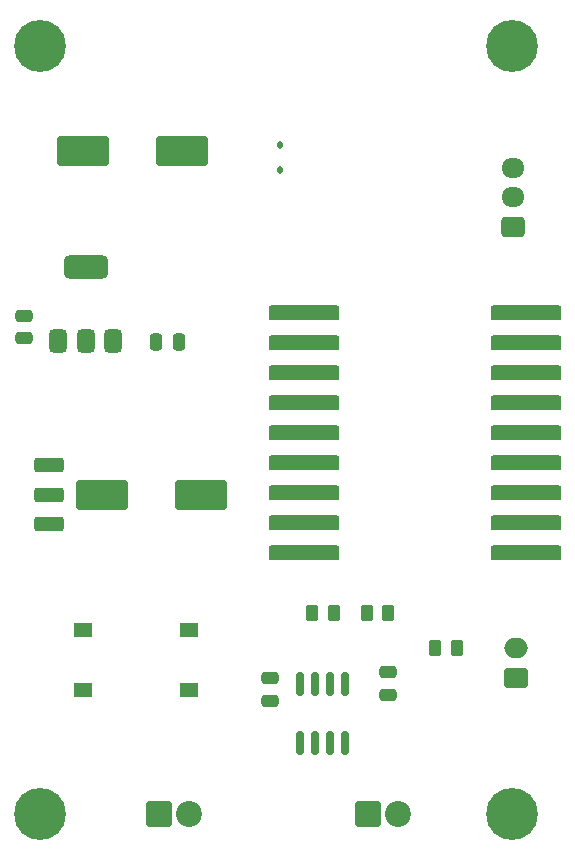
<source format=gbr>
%TF.GenerationSoftware,KiCad,Pcbnew,9.0.2*%
%TF.CreationDate,2025-06-11T22:20:25+01:00*%
%TF.ProjectId,Doorbell (Smaller),446f6f72-6265-46c6-9c20-28536d616c6c,1*%
%TF.SameCoordinates,Original*%
%TF.FileFunction,Soldermask,Top*%
%TF.FilePolarity,Negative*%
%FSLAX46Y46*%
G04 Gerber Fmt 4.6, Leading zero omitted, Abs format (unit mm)*
G04 Created by KiCad (PCBNEW 9.0.2) date 2025-06-11 22:20:25*
%MOMM*%
%LPD*%
G01*
G04 APERTURE LIST*
G04 Aperture macros list*
%AMRoundRect*
0 Rectangle with rounded corners*
0 $1 Rounding radius*
0 $2 $3 $4 $5 $6 $7 $8 $9 X,Y pos of 4 corners*
0 Add a 4 corners polygon primitive as box body*
4,1,4,$2,$3,$4,$5,$6,$7,$8,$9,$2,$3,0*
0 Add four circle primitives for the rounded corners*
1,1,$1+$1,$2,$3*
1,1,$1+$1,$4,$5*
1,1,$1+$1,$6,$7*
1,1,$1+$1,$8,$9*
0 Add four rect primitives between the rounded corners*
20,1,$1+$1,$2,$3,$4,$5,0*
20,1,$1+$1,$4,$5,$6,$7,0*
20,1,$1+$1,$6,$7,$8,$9,0*
20,1,$1+$1,$8,$9,$2,$3,0*%
G04 Aperture macros list end*
%ADD10RoundRect,0.250000X-0.475000X0.250000X-0.475000X-0.250000X0.475000X-0.250000X0.475000X0.250000X0*%
%ADD11C,4.400000*%
%ADD12RoundRect,0.375000X0.375000X-0.625000X0.375000X0.625000X-0.375000X0.625000X-0.375000X-0.625000X0*%
%ADD13RoundRect,0.500000X1.400000X-0.500000X1.400000X0.500000X-1.400000X0.500000X-1.400000X-0.500000X0*%
%ADD14RoundRect,0.250000X-0.262500X-0.450000X0.262500X-0.450000X0.262500X0.450000X-0.262500X0.450000X0*%
%ADD15R,1.500000X1.300000*%
%ADD16RoundRect,0.150000X0.150000X-0.825000X0.150000X0.825000X-0.150000X0.825000X-0.150000X-0.825000X0*%
%ADD17RoundRect,0.250000X0.262500X0.450000X-0.262500X0.450000X-0.262500X-0.450000X0.262500X-0.450000X0*%
%ADD18RoundRect,0.112500X0.112500X-0.187500X0.112500X0.187500X-0.112500X0.187500X-0.112500X-0.187500X0*%
%ADD19RoundRect,0.250000X-1.000000X0.375000X-1.000000X-0.375000X1.000000X-0.375000X1.000000X0.375000X0*%
%ADD20RoundRect,0.250000X0.725000X-0.600000X0.725000X0.600000X-0.725000X0.600000X-0.725000X-0.600000X0*%
%ADD21O,1.950000X1.700000*%
%ADD22RoundRect,0.249999X-0.850001X-0.850001X0.850001X-0.850001X0.850001X0.850001X-0.850001X0.850001X0*%
%ADD23C,2.200000*%
%ADD24RoundRect,0.190500X2.809500X0.444500X-2.809500X0.444500X-2.809500X-0.444500X2.809500X-0.444500X0*%
%ADD25RoundRect,0.190500X-2.809500X-0.444500X2.809500X-0.444500X2.809500X0.444500X-2.809500X0.444500X0*%
%ADD26RoundRect,0.250000X0.750000X-0.600000X0.750000X0.600000X-0.750000X0.600000X-0.750000X-0.600000X0*%
%ADD27O,2.000000X1.700000*%
%ADD28RoundRect,0.250000X-1.950000X-1.000000X1.950000X-1.000000X1.950000X1.000000X-1.950000X1.000000X0*%
%ADD29RoundRect,0.250000X-0.250000X-0.475000X0.250000X-0.475000X0.250000X0.475000X-0.250000X0.475000X0*%
%ADD30RoundRect,0.250000X0.475000X-0.250000X0.475000X0.250000X-0.475000X0.250000X-0.475000X-0.250000X0*%
G04 APERTURE END LIST*
D10*
%TO.C,C2*%
X24500000Y-58550000D03*
X24500000Y-60450000D03*
%TD*%
D11*
%TO.C,H1*%
X5000000Y-5000000D03*
%TD*%
D12*
%TO.C,U2*%
X6580000Y-30020000D03*
X8880000Y-30020000D03*
D13*
X8880000Y-23720000D03*
D12*
X11180000Y-30020000D03*
%TD*%
D11*
%TO.C,H4*%
X45000000Y-70000000D03*
%TD*%
%TO.C,H3*%
X5000000Y-70000000D03*
%TD*%
D14*
%TO.C,R2*%
X32675000Y-53000000D03*
X34500000Y-53000000D03*
%TD*%
D15*
%TO.C,D1*%
X8700000Y-54450000D03*
X8700000Y-59550000D03*
X17600000Y-59550000D03*
X17600000Y-54450000D03*
%TD*%
D10*
%TO.C,C7*%
X3630000Y-27870000D03*
X3630000Y-29770000D03*
%TD*%
D16*
%TO.C,U1*%
X27000000Y-64000000D03*
X28270000Y-64000000D03*
X29540000Y-64000000D03*
X30810000Y-64000000D03*
X30810000Y-59050000D03*
X29540000Y-59050000D03*
X28270000Y-59050000D03*
X27000000Y-59050000D03*
%TD*%
D17*
%TO.C,R3*%
X40325000Y-56000000D03*
X38500000Y-56000000D03*
%TD*%
D18*
%TO.C,D2*%
X25343750Y-15493750D03*
X25343750Y-13393750D03*
%TD*%
D19*
%TO.C,SW1*%
X5750000Y-40500000D03*
X5750000Y-43000000D03*
X5750000Y-45500000D03*
%TD*%
D20*
%TO.C,J4*%
X45043750Y-20343750D03*
D21*
X45043750Y-17843750D03*
X45043750Y-15343750D03*
%TD*%
D22*
%TO.C,J2*%
X32801133Y-70000000D03*
D23*
X35341133Y-70000000D03*
%TD*%
D24*
%TO.C,U3*%
X27343750Y-27633750D03*
X27343750Y-30173750D03*
X27343750Y-32713750D03*
X27343750Y-35253750D03*
X27343750Y-37793750D03*
X27343750Y-40333750D03*
X27343750Y-42873750D03*
X27343750Y-45413750D03*
X27343750Y-47953750D03*
D25*
X46203750Y-47953750D03*
X46203750Y-45413750D03*
X46203750Y-42873750D03*
X46203750Y-40333750D03*
X46203750Y-37793750D03*
X46203750Y-35253750D03*
X46203750Y-32713750D03*
X46203750Y-30173750D03*
X46203750Y-27633750D03*
%TD*%
D26*
%TO.C,J3*%
X45362500Y-58500000D03*
D27*
X45362500Y-56000000D03*
%TD*%
D11*
%TO.C,H2*%
X45000000Y-5000000D03*
%TD*%
D22*
%TO.C,J1*%
X15123333Y-70000000D03*
D23*
X17663333Y-70000000D03*
%TD*%
D14*
%TO.C,R1*%
X28087500Y-53000000D03*
X29912500Y-53000000D03*
%TD*%
D28*
%TO.C,C6*%
X8680000Y-13870000D03*
X17080000Y-13870000D03*
%TD*%
D29*
%TO.C,C5*%
X14880000Y-30120000D03*
X16780000Y-30120000D03*
%TD*%
D30*
%TO.C,C1*%
X34500000Y-59950000D03*
X34500000Y-58050000D03*
%TD*%
D28*
%TO.C,C3*%
X10250000Y-43000000D03*
X18650000Y-43000000D03*
%TD*%
M02*

</source>
